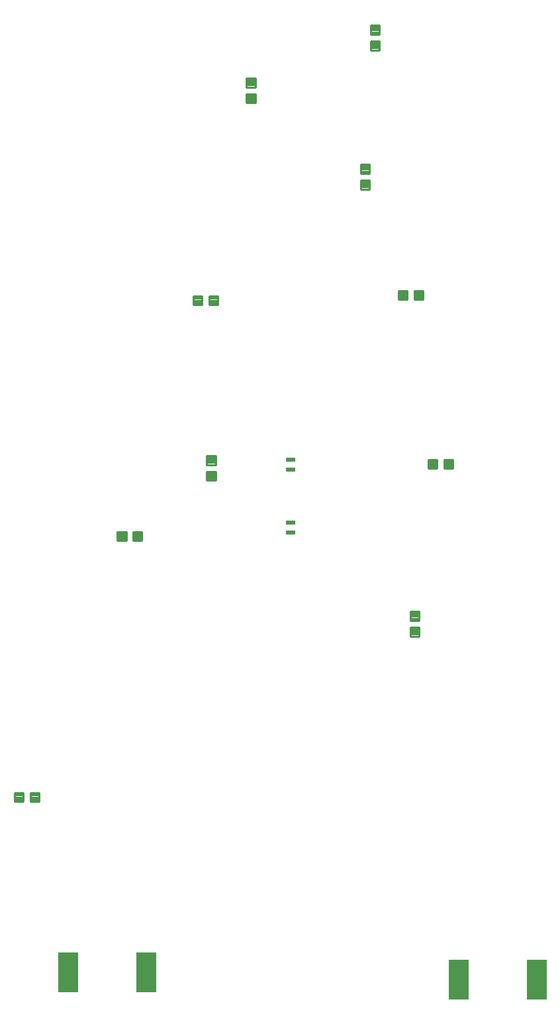
<source format=gbr>
G04 EAGLE Gerber RS-274X export*
G75*
%MOMM*%
%FSLAX34Y34*%
%LPD*%
%INSolderpaste Bottom*%
%IPPOS*%
%AMOC8*
5,1,8,0,0,1.08239X$1,22.5*%
G01*
%ADD10R,2.540000X5.080000*%
%ADD11R,1.270000X0.500000*%
%ADD12C,0.280000*%


D10*
X624530Y36210D03*
X724530Y36210D03*
X224530Y45410D03*
X124530Y45410D03*
D11*
X409540Y700670D03*
X409540Y687970D03*
X409050Y620330D03*
X409050Y607630D03*
D12*
X199100Y597600D02*
X187900Y597600D01*
X187900Y608800D01*
X199100Y608800D01*
X199100Y597600D01*
X199100Y600260D02*
X187900Y600260D01*
X187900Y602920D02*
X199100Y602920D01*
X199100Y605580D02*
X187900Y605580D01*
X187900Y608240D02*
X199100Y608240D01*
X208090Y597600D02*
X219290Y597600D01*
X208090Y597600D02*
X208090Y608800D01*
X219290Y608800D01*
X219290Y597600D01*
X219290Y600260D02*
X208090Y600260D01*
X208090Y602920D02*
X219290Y602920D01*
X219290Y605580D02*
X208090Y605580D01*
X208090Y608240D02*
X219290Y608240D01*
X284800Y899200D02*
X296000Y899200D01*
X284800Y899200D02*
X284800Y910400D01*
X296000Y910400D01*
X296000Y899200D01*
X296000Y901860D02*
X284800Y901860D01*
X284800Y904520D02*
X296000Y904520D01*
X296000Y907180D02*
X284800Y907180D01*
X284800Y909840D02*
X296000Y909840D01*
X304990Y899200D02*
X316190Y899200D01*
X304990Y899200D02*
X304990Y910400D01*
X316190Y910400D01*
X316190Y899200D01*
X316190Y901860D02*
X304990Y901860D01*
X304990Y904520D02*
X316190Y904520D01*
X316190Y907180D02*
X304990Y907180D01*
X304990Y909840D02*
X316190Y909840D01*
X605700Y701000D02*
X616900Y701000D01*
X616900Y689800D01*
X605700Y689800D01*
X605700Y701000D01*
X605700Y692460D02*
X616900Y692460D01*
X616900Y695120D02*
X605700Y695120D01*
X605700Y697780D02*
X616900Y697780D01*
X616900Y700440D02*
X605700Y700440D01*
X596710Y701000D02*
X585510Y701000D01*
X596710Y701000D02*
X596710Y689800D01*
X585510Y689800D01*
X585510Y701000D01*
X585510Y692460D02*
X596710Y692460D01*
X596710Y695120D02*
X585510Y695120D01*
X585510Y697780D02*
X596710Y697780D01*
X596710Y700440D02*
X585510Y700440D01*
X302300Y705800D02*
X302300Y694600D01*
X302300Y705800D02*
X313500Y705800D01*
X313500Y694600D01*
X302300Y694600D01*
X302300Y697260D02*
X313500Y697260D01*
X313500Y699920D02*
X302300Y699920D01*
X302300Y702580D02*
X313500Y702580D01*
X313500Y705240D02*
X302300Y705240D01*
X302300Y685610D02*
X302300Y674410D01*
X302300Y685610D02*
X313500Y685610D01*
X313500Y674410D01*
X302300Y674410D01*
X302300Y677070D02*
X313500Y677070D01*
X313500Y679730D02*
X302300Y679730D01*
X302300Y682390D02*
X313500Y682390D01*
X313500Y685050D02*
X302300Y685050D01*
X567600Y916900D02*
X578800Y916900D01*
X578800Y905700D01*
X567600Y905700D01*
X567600Y916900D01*
X567600Y908360D02*
X578800Y908360D01*
X578800Y911020D02*
X567600Y911020D01*
X567600Y913680D02*
X578800Y913680D01*
X578800Y916340D02*
X567600Y916340D01*
X558610Y916900D02*
X547410Y916900D01*
X558610Y916900D02*
X558610Y905700D01*
X547410Y905700D01*
X547410Y916900D01*
X547410Y908360D02*
X558610Y908360D01*
X558610Y911020D02*
X547410Y911020D01*
X547410Y913680D02*
X558610Y913680D01*
X558610Y916340D02*
X547410Y916340D01*
X523200Y1224600D02*
X523200Y1235800D01*
X523200Y1224600D02*
X512000Y1224600D01*
X512000Y1235800D01*
X523200Y1235800D01*
X523200Y1227260D02*
X512000Y1227260D01*
X512000Y1229920D02*
X523200Y1229920D01*
X523200Y1232580D02*
X512000Y1232580D01*
X512000Y1235240D02*
X523200Y1235240D01*
X523200Y1244790D02*
X523200Y1255990D01*
X523200Y1244790D02*
X512000Y1244790D01*
X512000Y1255990D01*
X523200Y1255990D01*
X523200Y1247450D02*
X512000Y1247450D01*
X512000Y1250110D02*
X523200Y1250110D01*
X523200Y1252770D02*
X512000Y1252770D01*
X512000Y1255430D02*
X523200Y1255430D01*
X353100Y1188400D02*
X353100Y1177200D01*
X353100Y1188400D02*
X364300Y1188400D01*
X364300Y1177200D01*
X353100Y1177200D01*
X353100Y1179860D02*
X364300Y1179860D01*
X364300Y1182520D02*
X353100Y1182520D01*
X353100Y1185180D02*
X364300Y1185180D01*
X364300Y1187840D02*
X353100Y1187840D01*
X353100Y1168210D02*
X353100Y1157010D01*
X353100Y1168210D02*
X364300Y1168210D01*
X364300Y1157010D01*
X353100Y1157010D01*
X353100Y1159670D02*
X364300Y1159670D01*
X364300Y1162330D02*
X353100Y1162330D01*
X353100Y1164990D02*
X364300Y1164990D01*
X364300Y1167650D02*
X353100Y1167650D01*
X574000Y486500D02*
X574000Y475300D01*
X562800Y475300D01*
X562800Y486500D01*
X574000Y486500D01*
X574000Y477960D02*
X562800Y477960D01*
X562800Y480620D02*
X574000Y480620D01*
X574000Y483280D02*
X562800Y483280D01*
X562800Y485940D02*
X574000Y485940D01*
X574000Y495490D02*
X574000Y506690D01*
X574000Y495490D02*
X562800Y495490D01*
X562800Y506690D01*
X574000Y506690D01*
X574000Y498150D02*
X562800Y498150D01*
X562800Y500810D02*
X574000Y500810D01*
X574000Y503470D02*
X562800Y503470D01*
X562800Y506130D02*
X574000Y506130D01*
X67400Y264200D02*
X56200Y264200D01*
X56200Y275400D01*
X67400Y275400D01*
X67400Y264200D01*
X67400Y266860D02*
X56200Y266860D01*
X56200Y269520D02*
X67400Y269520D01*
X67400Y272180D02*
X56200Y272180D01*
X56200Y274840D02*
X67400Y274840D01*
X76390Y264200D02*
X87590Y264200D01*
X76390Y264200D02*
X76390Y275400D01*
X87590Y275400D01*
X87590Y264200D01*
X87590Y266860D02*
X76390Y266860D01*
X76390Y269520D02*
X87590Y269520D01*
X87590Y272180D02*
X76390Y272180D01*
X76390Y274840D02*
X87590Y274840D01*
X510500Y1046800D02*
X510500Y1058000D01*
X510500Y1046800D02*
X499300Y1046800D01*
X499300Y1058000D01*
X510500Y1058000D01*
X510500Y1049460D02*
X499300Y1049460D01*
X499300Y1052120D02*
X510500Y1052120D01*
X510500Y1054780D02*
X499300Y1054780D01*
X499300Y1057440D02*
X510500Y1057440D01*
X510500Y1066990D02*
X510500Y1078190D01*
X510500Y1066990D02*
X499300Y1066990D01*
X499300Y1078190D01*
X510500Y1078190D01*
X510500Y1069650D02*
X499300Y1069650D01*
X499300Y1072310D02*
X510500Y1072310D01*
X510500Y1074970D02*
X499300Y1074970D01*
X499300Y1077630D02*
X510500Y1077630D01*
M02*

</source>
